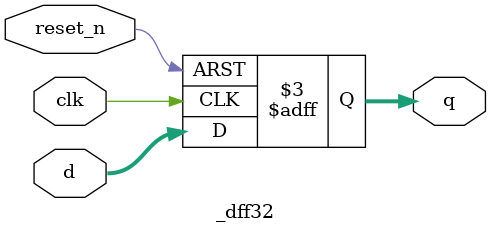
<source format=v>
module _dff32(clk, reset_n, d, q);					// resettable 32bit flip flop
	input		clk, reset_n;								// 2 inputs
	input[31:0] d;											// 32bits input
	output[31:0] q;										// 32bits output
	reg [31:0]	q;											// 32bits reg
	
	always@(posedge clk or negedge reset_n)		// whenever clk is rising edge or reset is falling edge
	begin	
		if(reset_n==0) q<=32'b0;						// if reset = 0, q=0
		else q<=d;											// otherwise q=d
	end	
		
endmodule

</source>
